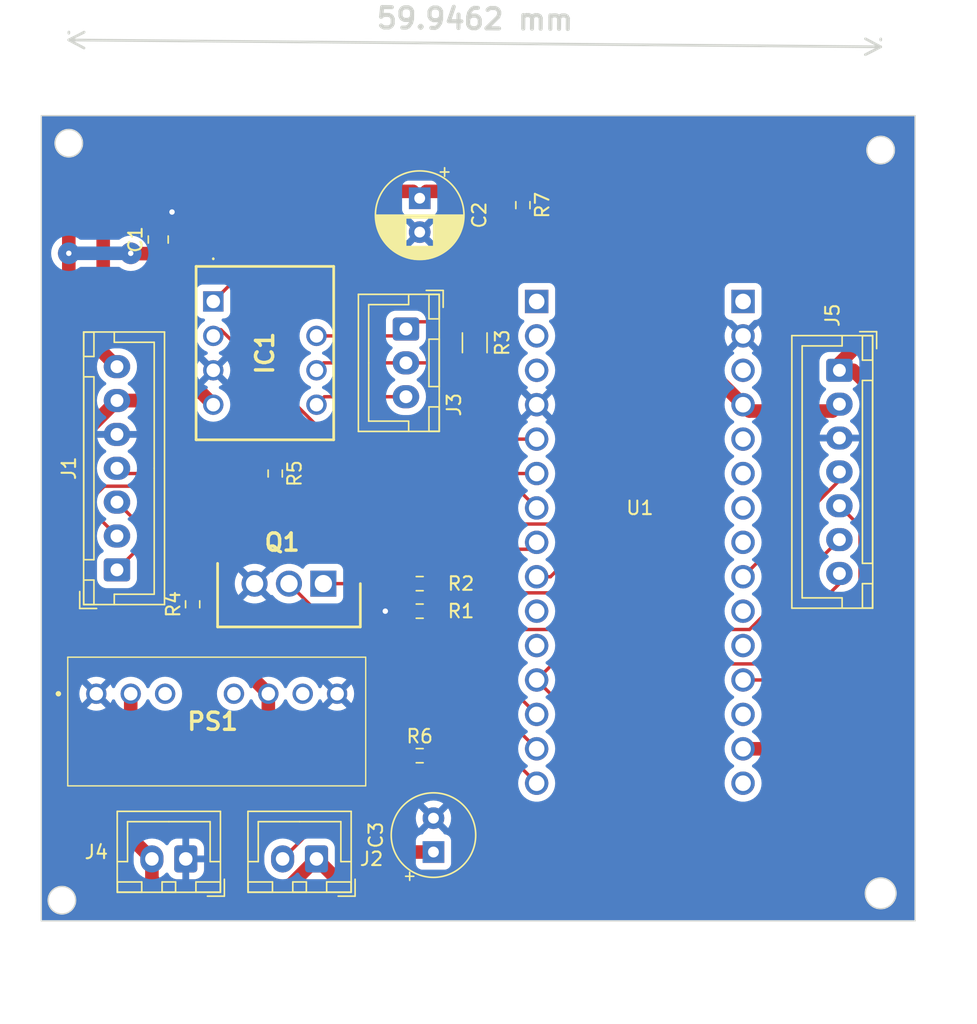
<source format=kicad_pcb>
(kicad_pcb (version 20221018) (generator pcbnew)
  (title_block (title "rearbox nucleo") (date "2023-08-08") (rev "1") (company "NTURacing") (comment 1 "legacy from easyEDA"))
  (layers (0 "F.Cu" signal) (31 "B.Cu" signal) (34 "B.Paste" user) (35 "F.Paste" user) (36 "B.SilkS" user "B.Silkscreen") (37 "F.SilkS" user "F.Silkscreen") (38 "B.Mask" user) (39 "F.Mask" user) (44 "Edge.Cuts" user))
  (net 0 "")
  (net 1 "VCC")
  (net 2 "GND")
  (net 3 "+5V")
  (net 4 "Vi")
  (net 5 "CAN_Tx")
  (net 6 "CAN_Rx")
  (net 7 "L_Pot")
  (net 8 "L_Hall")
  (net 9 "MCU_LTT_SDA")
  (net 10 "MCU_LTT_SCL")
  (net 11 "Net-(J2-Pin_2)")
  (net 12 "MCU_RTT_SCL")
  (net 13 "MCU_RTT_SDA")
  (net 14 "R_Hall")
  (net 15 "R_Pot")
  (net 19 "Net-(Q1-G)")
  (net 20 "Brake_light")
  (net 36 "/CANH")
  (net 37 "/CANL")
  (net 38 "/CANG")
  (footprint "Resistor_SMD:R_0603_1608Metric_Pad0.98x0.95mm_HandSolder" (layer "F.Cu") (at 145.288 91.948 180)
    (fp_text reference "R1" (at -3.048 0) (layer "F.SilkS"))
    (fp_text value "10k")
    (pad "1" smd roundrect (at -0.9125 0 180) (size 0.975 0.95) (layers "F.Cu" "F.Paste" "F.Mask") (net 20 "Brake_light"))
    (pad "2" smd roundrect (at 0.9125 0 180) (size 0.975 0.95) (layers "F.Cu" "F.Paste" "F.Mask") (net 2 "GND"))
  )
  (footprint "Connector_JST:JST_XH_B3B-XH-A_1x03_P2.50mm_Vertical" (layer "F.Cu") (at 144.272 71.12 -90)
    (fp_text reference "J3" (at 5.588 -3.55 90) (layer "F.SilkS"))
    (fp_text value "CAN")
    (pad "1" thru_hole roundrect (at 0 0 270) (size 1.7 1.95) (drill 0.95) (layers "*.Cu" "*.Mask") (roundrect_rratio 0.147059) (net 36 "/CANH"))
    (pad "2" thru_hole oval (at 2.5 0 270) (size 1.7 1.95) (drill 0.95) (layers "*.Cu" "*.Mask") (net 37 "/CANL"))
    (pad "3" thru_hole oval (at 5 0 270) (size 1.7 1.95) (drill 0.95) (layers "*.Cu" "*.Mask") (net 38 "/CANG"))
  )
  (footprint "Connector_JST:JST_XH_B2B-XH-A_1x02_P2.50mm_Vertical" (layer "F.Cu") (at 137.668 110.236 180)
    (fp_text reference "J2" (at -4.064 0) (layer "F.SilkS"))
    (fp_text value "brake light")
    (pad "1" thru_hole roundrect (at 0 0 180) (size 1.7 2) (drill 1) (layers "*.Cu" "*.Mask") (roundrect_rratio 0.147059) (net 4 "Vi"))
    (pad "2" thru_hole oval (at 2.5 0 180) (size 1.7 2) (drill 1) (layers "*.Cu" "*.Mask") (net 11 "Net-(J2-Pin_2)"))
  )
  (footprint "Resistor_SMD:R_1206_3216Metric_Pad1.30x1.75mm_HandSolder" (layer "F.Cu") (at 149.352 72.136 90)
    (fp_text reference "R3" (at 0 2.032 90) (layer "F.SilkS"))
    (fp_text value "120")
    (pad "1" smd roundrect (at -1.55 0 90) (size 1.3 1.75) (layers "F.Cu" "F.Paste" "F.Mask") (roundrect_rratio 0.192308) (net 37 "/CANL"))
    (pad "2" smd roundrect (at 1.55 0 90) (size 1.3 1.75) (layers "F.Cu" "F.Paste" "F.Mask") (roundrect_rratio 0.192308) (net 36 "/CANH"))
  )
  (footprint "Capacitor_SMD:C_0805_2012Metric_Pad1.18x1.45mm_HandSolder" (layer "F.Cu") (at 125.984 64.516 90)
    (fp_text reference "C1" (at 0 -1.68 90) (layer "F.SilkS"))
    (fp_text value "10u")
    (pad "1" smd roundrect (at -1.0375 0 90) (size 1.175 1.45) (layers "F.Cu" "F.Paste" "F.Mask") (roundrect_rratio 0.212766) (net 1 "VCC"))
    (pad "2" smd roundrect (at 1.0375 0 90) (size 1.175 1.45) (layers "F.Cu" "F.Paste" "F.Mask") (roundrect_rratio 0.212766) (net 2 "GND"))
  )
  (footprint "Resistor_SMD:R_0603_1608Metric_Pad0.98x0.95mm_HandSolder" (layer "F.Cu") (at 152.908 61.976 -90)
    (fp_text reference "R7" (at 0 -1.43 90) (layer "F.SilkS"))
    (fp_text value "4k7")
    (pad "1" smd roundrect (at -0.9125 0 270) (size 0.975 0.95) (layers "F.Cu" "F.Paste" "F.Mask") (net 3 "+5V"))
    (pad "2" smd roundrect (at 0.9125 0 270) (size 0.975 0.95) (layers "F.Cu" "F.Paste" "F.Mask") (net 13 "MCU_RTT_SDA"))
  )
  (footprint "Resistor_SMD:R_0603_1608Metric_Pad0.98x0.95mm_HandSolder" (layer "F.Cu") (at 134.62 81.788 -90)
    (fp_text reference "R5" (at 0 -1.43 90) (layer "F.SilkS"))
    (fp_text value "4k7")
    (pad "1" smd roundrect (at -0.9125 0 270) (size 0.975 0.95) (layers "F.Cu" "F.Paste" "F.Mask") (net 3 "+5V"))
    (pad "2" smd roundrect (at 0.9125 0 270) (size 0.975 0.95) (layers "F.Cu" "F.Paste" "F.Mask") (net 9 "MCU_LTT_SDA"))
  )
  (footprint "Connector_JST:JST_XH_B7B-XH-A_1x07_P2.50mm_Vertical" (layer "F.Cu") (at 122.936 88.9 90)
    (fp_text reference "J1" (at 7.5 -3.55 90) (layer "F.SilkS"))
    (fp_text value "left sensor")
    (pad "1" thru_hole roundrect (at 0 0 90) (size 1.7 1.95) (drill 0.95) (layers "*.Cu" "*.Mask") (roundrect_rratio 0.147059) (net 10 "MCU_LTT_SCL"))
    (pad "2" thru_hole oval (at 2.5 0 90) (size 1.7 1.95) (drill 0.95) (layers "*.Cu" "*.Mask") (net 9 "MCU_LTT_SDA"))
    (pad "3" thru_hole oval (at 5 0 90) (size 1.7 1.95) (drill 0.95) (layers "*.Cu" "*.Mask") (net 8 "L_Hall"))
    (pad "4" thru_hole oval (at 7.5 0 90) (size 1.7 1.95) (drill 0.95) (layers "*.Cu" "*.Mask") (net 7 "L_Pot"))
    (pad "5" thru_hole oval (at 10 0 90) (size 1.7 1.95) (drill 0.95) (layers "*.Cu" "*.Mask") (net 2 "GND"))
    (pad "6" thru_hole oval (at 12.5 0 90) (size 1.7 1.95) (drill 0.95) (layers "*.Cu" "*.Mask") (net 3 "+5V"))
    (pad "7" thru_hole oval (at 15 0 90) (size 1.7 1.95) (drill 0.95) (layers "*.Cu" "*.Mask") (net 1 "VCC"))
  )
  (footprint "Connector_JST:JST_XH_B7B-XH-A_1x07_P2.50mm_Vertical" (layer "F.Cu") (at 176.276 74.168 -90)
    (fp_text reference "J5" (at -4.064 0.508 90) (layer "F.SilkS"))
    (fp_text value "right sensor")
    (pad "1" thru_hole roundrect (at 0 0 270) (size 1.7 1.95) (drill 0.95) (layers "*.Cu" "*.Mask") (roundrect_rratio 0.147059) (net 1 "VCC"))
    (pad "2" thru_hole oval (at 2.5 0 270) (size 1.7 1.95) (drill 0.95) (layers "*.Cu" "*.Mask") (net 3 "+5V"))
    (pad "3" thru_hole oval (at 5 0 270) (size 1.7 1.95) (drill 0.95) (layers "*.Cu" "*.Mask") (net 2 "GND"))
    (pad "4" thru_hole oval (at 7.5 0 270) (size 1.7 1.95) (drill 0.95) (layers "*.Cu" "*.Mask") (net 15 "R_Pot"))
    (pad "5" thru_hole oval (at 10 0 270) (size 1.7 1.95) (drill 0.95) (layers "*.Cu" "*.Mask") (net 14 "R_Hall"))
    (pad "6" thru_hole oval (at 12.5 0 270) (size 1.7 1.95) (drill 0.95) (layers "*.Cu" "*.Mask") (net 13 "MCU_RTT_SDA"))
    (pad "7" thru_hole oval (at 15 0 270) (size 1.7 1.95) (drill 0.95) (layers "*.Cu" "*.Mask") (net 12 "MCU_RTT_SCL"))
  )
  (footprint "SamacSys_Parts:CTM1051AM" (layer "F.Cu") (at 130.048 69.088 -90)
    (fp_text reference "IC1" (at 3.81 -3.81 90) (layer "F.SilkS") (effects (font (size 1.27 1.27) (thickness 0.254))))
    (fp_text value "CTM1051AM" hide)
    (pad "1" thru_hole rect (at 0 0 270) (size 1.5 1.5) (drill 1) (layers "*.Cu" "*.Mask") (net 6 "CAN_Rx"))
    (pad "2" thru_hole circle (at 2.54 0 270) (size 1.5 1.5) (drill 1) (layers "*.Cu" "*.Mask") (net 5 "CAN_Tx"))
    (pad "3" thru_hole circle (at 5.08 0 270) (size 1.5 1.5) (drill 1) (layers "*.Cu" "*.Mask") (net 2 "GND"))
    (pad "4" thru_hole circle (at 7.62 0 270) (size 1.5 1.5) (drill 1) (layers "*.Cu" "*.Mask") (net 1 "VCC"))
    (pad "5" thru_hole circle (at 7.62 -7.62 270) (size 1.5 1.5) (drill 1) (layers "*.Cu" "*.Mask") (net 38 "/CANG"))
    (pad "6" thru_hole circle (at 5.08 -7.62 270) (size 1.5 1.5) (drill 1) (layers "*.Cu" "*.Mask") (net 37 "/CANL"))
    (pad "7" thru_hole circle (at 2.54 -7.62 270) (size 1.5 1.5) (drill 1) (layers "*.Cu" "*.Mask") (net 36 "/CANH"))
  )
  (footprint "Connector_JST:JST_XH_B2B-XH-A_1x02_P2.50mm_Vertical" (layer "F.Cu") (at 128.016 110.236 180)
    (fp_text reference "J4" (at 6.604 0.508) (layer "F.SilkS"))
    (fp_text value "power")
    (pad "1" thru_hole roundrect (at 0 0 180) (size 1.7 2) (drill 1) (layers "*.Cu" "*.Mask") (roundrect_rratio 0.147059) (net 2 "GND"))
    (pad "2" thru_hole oval (at 2.5 0 180) (size 1.7 2) (drill 1) (layers "*.Cu" "*.Mask") (net 4 "Vi"))
  )
  (footprint "Resistor_SMD:R_0603_1608Metric_Pad0.98x0.95mm_HandSolder" (layer "F.Cu") (at 128.524 91.44 90)
    (fp_text reference "R4" (at 0 -1.43 90) (layer "F.SilkS"))
    (fp_text value "4k7")
    (pad "1" smd roundrect (at -0.9125 0 90) (size 0.975 0.95) (layers "F.Cu" "F.Paste" "F.Mask") (net 3 "+5V"))
    (pad "2" smd roundrect (at 0.9125 0 90) (size 0.975 0.95) (layers "F.Cu" "F.Paste" "F.Mask") (net 10 "MCU_LTT_SCL"))
  )
  (footprint "Capacitor_THT:CP_Radial_D6.3mm_P2.50mm" (layer "F.Cu") (at 145.288 61.468 -90)
    (fp_text reference "C2" (at 1.25 -4.4 90) (layer "F.SilkS"))
    (fp_text value "22u")
    (pad "1" thru_hole rect (at 0 0 270) (size 1.6 1.6) (drill 0.8) (layers "*.Cu" "*.Mask") (net 3 "+5V"))
    (pad "2" thru_hole circle (at 2.5 0 270) (size 1.6 1.6) (drill 0.8) (layers "*.Cu" "*.Mask") (net 2 "GND"))
  )
  (footprint "SamacSys_Parts:TO254P469X1042X1930-3P" (layer "F.Cu") (at 138.176 89.916 180)
    (fp_text reference "Q1" (at 3.048 3.048) (layer "F.SilkS") (effects (font (size 1.27 1.27) (thickness 0.254))))
    (fp_text value "IRL3705NPBF" hide)
    (pad "1" thru_hole rect (at 0 0 180) (size 1.92 1.92) (drill 1.28) (layers "*.Cu" "*.Mask") (net 19 "Net-(Q1-G)"))
    (pad "2" thru_hole circle (at 2.54 0 180) (size 1.92 1.92) (drill 1.28) (layers "*.Cu" "*.Mask") (net 11 "Net-(J2-Pin_2)"))
    (pad "3" thru_hole circle (at 5.08 0 180) (size 1.92 1.92) (drill 1.28) (layers "*.Cu" "*.Mask") (net 2 "GND"))
  )
  (footprint "Capacitor_THT:CP_Radial_Tantal_D6.0mm_P2.50mm" (layer "F.Cu") (at 146.304 109.728 90)
    (fp_text reference "C3" (at 1.25 -4.25 90) (layer "F.SilkS"))
    (fp_text value "47u")
    (pad "1" thru_hole rect (at 0 0 90) (size 1.6 1.6) (drill 0.8) (layers "*.Cu" "*.Mask") (net 4 "Vi"))
    (pad "2" thru_hole circle (at 2.5 0 90) (size 1.6 1.6) (drill 0.8) (layers "*.Cu" "*.Mask") (net 2 "GND"))
  )
  (footprint "Resistor_SMD:R_0603_1608Metric_Pad0.98x0.95mm_HandSolder" (layer "F.Cu") (at 145.288 89.916 180)
    (fp_text reference "R2" (at -3.048 0) (layer "F.SilkS"))
    (fp_text value "1k")
    (pad "1" smd roundrect (at -0.9125 0 180) (size 0.975 0.95) (layers "F.Cu" "F.Paste" "F.Mask") (net 20 "Brake_light"))
    (pad "2" smd roundrect (at 0.9125 0 180) (size 0.975 0.95) (layers "F.Cu" "F.Paste" "F.Mask") (net 19 "Net-(Q1-G)"))
  )
  (footprint "Resistor_SMD:R_0603_1608Metric_Pad0.98x0.95mm_HandSolder" (layer "F.Cu") (at 145.288 102.616)
    (fp_text reference "R6" (at 0 -1.43) (layer "F.SilkS"))
    (fp_text value "4k7")
    (pad "1" smd roundrect (at -0.9125 0) (size 0.975 0.95) (layers "F.Cu" "F.Paste" "F.Mask") (net 3 "+5V"))
    (pad "2" smd roundrect (at 0.9125 0) (size 0.975 0.95) (layers "F.Cu" "F.Paste" "F.Mask") (net 12 "MCU_RTT_SCL"))
  )
  (footprint "nturt_kicad_lib:NUCLEO-G431KB" (layer "F.Cu") (at 161.544 86.868)
    (fp_text reference "U1" (at 0 -2.54) (layer "F.SilkS"))
    (fp_text value "NUCLEO-G431KB")
    (pad "1" thru_hole rect (at -7.62 -17.78) (size 1.725 1.725) (drill 1.15) (layers "*.Cu" "*.Mask"))
    (pad "2" thru_hole circle (at -7.62 -15.24) (size 1.725 1.725) (drill 1.15) (layers "*.Cu" "*.Mask"))
    (pad "3" thru_hole circle (at -7.62 -12.7) (size 1.725 1.725) (drill 1.15) (layers "*.Cu" "*.Mask"))
    (pad "4" thru_hole circle (at -7.62 -10.16) (size 1.725 1.725) (drill 1.15) (layers "*.Cu" "*.Mask") (net 2 "GND"))
    (pad "5" thru_hole circle (at -7.62 -7.62) (size 1.725 1.725) (drill 1.15) (layers "*.Cu" "*.Mask") (net 5 "CAN_Tx"))
    (pad "6" thru_hole circle (at -7.62 -5.08) (size 1.725 1.725) (drill 1.15) (layers "*.Cu" "*.Mask") (net 7 "L_Pot"))
    (pad "7" thru_hole circle (at -7.62 -2.54) (size 1.725 1.725) (drill 1.15) (layers "*.Cu" "*.Mask") (net 9 "MCU_LTT_SDA"))
    (pad "8" thru_hole circle (at -7.62 0) (size 1.725 1.725) (drill 1.15) (layers "*.Cu" "*.Mask") (net 10 "MCU_LTT_SCL"))
    (pad "9" thru_hole circle (at -7.62 2.54) (size 1.725 1.725) (drill 1.15) (layers "*.Cu" "*.Mask") (net 8 "L_Hall"))
    (pad "10" thru_hole circle (at -7.62 5.08) (size 1.725 1.725) (drill 1.15) (layers "*.Cu" "*.Mask"))
    (pad "11" thru_hole circle (at -7.62 7.62) (size 1.725 1.725) (drill 1.15) (layers "*.Cu" "*.Mask"))
    (pad "12" thru_hole circle (at -7.62 10.16) (size 1.725 1.725) (drill 1.15) (layers "*.Cu" "*.Mask") (net 12 "MCU_RTT_SCL"))
    (pad "13" thru_hole circle (at -7.62 12.7) (size 1.725 1.725) (drill 1.15) (layers "*.Cu" "*.Mask") (net 13 "MCU_RTT_SDA"))
    (pad "14" thru_hole circle (at -7.62 15.24) (size 1.725 1.725) (drill 1.15) (layers "*.Cu" "*.Mask") (net 6 "CAN_Rx"))
    (pad "15" thru_hole circle (at -7.62 17.78) (size 1.725 1.725) (drill 1.15) (layers "*.Cu" "*.Mask") (net 20 "Brake_light"))
    (pad "16" thru_hole circle (at 7.62 17.78) (size 1.725 1.725) (drill 1.15) (layers "*.Cu" "*.Mask"))
    (pad "17" thru_hole circle (at 7.62 15.24) (size 1.725 1.725) (drill 1.15) (layers "*.Cu" "*.Mask") (net 1 "VCC"))
    (pad "18" thru_hole circle (at 7.62 12.7) (size 1.725 1.725) (drill 1.15) (layers "*.Cu" "*.Mask"))
    (pad "19" thru_hole circle (at 7.62 10.16) (size 1.725 1.725) (drill 1.15) (layers "*.Cu" "*.Mask") (net 14 "R_Hall"))
    (pad "20" thru_hole circle (at 7.62 7.62) (size 1.725 1.725) (drill 1.15) (layers "*.Cu" "*.Mask"))
    (pad "21" thru_hole circle (at 7.62 5.08) (size 1.725 1.725) (drill 1.15) (layers "*.Cu" "*.Mask"))
    (pad "22" thru_hole circle (at 7.62 2.54) (size 1.725 1.725) (drill 1.15) (layers "*.Cu" "*.Mask") (net 15 "R_Pot"))
    (pad "23" thru_hole circle (at 7.62 0) (size 1.725 1.725) (drill 1.15) (layers "*.Cu" "*.Mask"))
    (pad "24" thru_hole circle (at 7.62 -2.54) (size 1.725 1.725) (drill 1.15) (layers "*.Cu" "*.Mask"))
    (pad "25" thru_hole circle (at 7.62 -5.08) (size 1.725 1.725) (drill 1.15) (layers "*.Cu" "*.Mask"))
    (pad "26" thru_hole circle (at 7.62 -7.62) (size 1.725 1.725) (drill 1.15) (layers "*.Cu" "*.Mask"))
    (pad "27" thru_hole circle (at 7.62 -10.16) (size 1.725 1.725) (drill 1.15) (layers "*.Cu" "*.Mask") (net 3 "+5V"))
    (pad "28" thru_hole circle (at 7.62 -12.7) (size 1.725 1.725) (drill 1.15) (layers "*.Cu" "*.Mask"))
    (pad "29" thru_hole circle (at 7.62 -15.24) (size 1.725 1.725) (drill 1.15) (layers "*.Cu" "*.Mask") (net 2 "GND"))
    (pad "30" thru_hole rect (at 7.62 -17.78) (size 1.725 1.725) (drill 1.15) (layers "*.Cu" "*.Mask"))
  )
  (footprint "SamacSys_Parts:PQQ10WQ24S9S" (layer "F.Cu") (at 121.412 98.044)
    (fp_text reference "PS1" (at 8.59 2.05) (layer "F.SilkS") (effects (font (size 1.27 1.27) (thickness 0.254))))
    (fp_text value "PQQ10W-Q24-S9-S" hide)
    (pad "1" thru_hole circle (at 0 0) (size 1.5 1.5) (drill 1) (layers "*.Cu" "*.Mask") (net 2 "GND"))
    (pad "2" thru_hole circle (at 2.54 0) (size 1.5 1.5) (drill 1) (layers "*.Cu" "*.Mask") (net 4 "Vi"))
    (pad "3" thru_hole circle (at 5.08 0) (size 1.5 1.5) (drill 1) (layers "*.Cu" "*.Mask"))
    (pad "5" thru_hole circle (at 10.16 0) (size 1.5 1.5) (drill 1) (layers "*.Cu" "*.Mask"))
    (pad "6" thru_hole circle (at 12.7 0) (size 1.5 1.5) (drill 1) (layers "*.Cu" "*.Mask") (net 3 "+5V"))
    (pad "7" thru_hole circle (at 15.24 0) (size 1.5 1.5) (drill 1) (layers "*.Cu" "*.Mask"))
    (pad "8" thru_hole circle (at 17.78 0) (size 1.5 1.5) (drill 1) (layers "*.Cu" "*.Mask") (net 2 "GND"))
  )
  (gr_circle (center 118.872 113.284) (end 118.872 112.268) (stroke (width 0.1)) (fill none) (layer "Edge.Cuts"))
  (gr_circle (center 119.38 57.404) (end 119.38 56.388) (stroke (width 0.1)) (fill none) (layer "Edge.Cuts"))
  (gr_rect locked (start 117.348 55.372) (end 181.864 114.808) (stroke (width 0.1)) (fill none) (layer "Edge.Cuts"))
  (gr_circle (center 179.324 112.776) (end 178.816 111.76) (stroke (width 0.1)) (fill none) (layer "Edge.Cuts"))
  (gr_circle (center 179.324 57.912) (end 179.324 56.896) (stroke (width 0.1)) (fill none) (layer "Edge.Cuts"))
  (dimension (type aligned) (layer "Edge.Cuts") (pts (xy 119.38 49.784) (xy 179.324 50.292)) (height 0) (gr_text "59.9462 mm" (at 149.367254 48.238065 359.5144542) (layer "Edge.Cuts") (effects (font (size 1.5 1.5) (thickness 0.3)))) (format (prefix "") (suffix "") (units 3) (units_format 1) (precision 4)) (style (thickness 0.2) (arrow_length 1.27) (text_position_mode 0) (extension_height 0.58642) (extension_offset 0.5) keep_text_aligned))
  (segment (start 119.38 70.344) (end 122.936 73.9) (width 1) (layer "F.Cu") (net 1))
  (segment (start 125.984 66.548) (end 127 67.564) (width 1) (layer "F.Cu") (net 1))
  (segment (start 119.38 65.532) (end 119.38 70.344) (width 1) (layer "F.Cu") (net 1))
  (segment (start 170.688 57.912) (end 121.92 57.912) (width 1) (layer "F.Cu") (net 1))
  (segment (start 176.276 74.168) (end 176.276 73.66) (width 1) (layer "F.Cu") (net 1))
  (segment (start 125.984 65.5535) (end 125.984 66.548) (width 1) (layer "F.Cu") (net 1))
  (segment (start 127 73.66) (end 130.048 76.708) (width 1) (layer "F.Cu") (net 1))
  (segment (start 123.9735 65.5535) (end 125.984 65.5535) (width 1) (layer "F.Cu") (net 1))
  (segment (start 173.736 102.108) (end 169.164 102.108) (width 1) (layer "F.Cu") (net 1))
  (segment (start 176.276 73.66) (end 178.816 71.12) (width 1) (layer "F.Cu") (net 1))
  (segment (start 179.324 76.2) (end 179.324 96.52) (width 1) (layer "F.Cu") (net 1))
  (segment (start 178.816 66.04) (end 170.688 57.912) (width 1) (layer "F.Cu") (net 1))
  (segment (start 123.952 65.532) (end 123.9735 65.5535) (width 1) (layer "F.Cu") (net 1))
  (segment (start 121.92 57.912) (end 119.38 60.452) (width 1) (layer "F.Cu") (net 1))
  (segment (start 178.816 71.12) (end 178.816 66.04) (width 1) (layer "F.Cu") (net 1))
  (segment (start 176.276 74.168) (end 177.292 74.168) (width 1) (layer "F.Cu") (net 1))
  (segment (start 179.324 96.52) (end 173.736 102.108) (width 1) (layer "F.Cu") (net 1))
  (segment (start 119.38 60.452) (end 119.38 65.532) (width 1) (layer "F.Cu") (net 1))
  (segment (start 127 67.564) (end 127 73.66) (width 1) (layer "F.Cu") (net 1))
  (segment (start 177.292 74.168) (end 179.324 76.2) (width 1) (layer "F.Cu") (net 1))
  (via (at 123.952 65.532) (size 1.6) (drill 0.4) (layers "F.Cu" "B.Cu") (net 1))
  (via (at 119.38 65.532) (size 1.6) (drill 0.4) (layers "F.Cu" "B.Cu") (net 1))
  (segment (start 123.952 65.532) (end 119.38 65.532) (width 1) (layer "B.Cu") (net 1))
  (segment (start 144.272 92.0515) (end 144.3755 91.948) (width 0.25) (layer "F.Cu") (net 2))
  (segment (start 126.0055 63.4785) (end 127 62.484) (width 0.25) (layer "F.Cu") (net 2))
  (segment (start 142.8515 92.0515) (end 144.272 92.0515) (width 0.25) (layer "F.Cu") (net 2))
  (segment (start 125.984 63.4785) (end 126.0055 63.4785) (width 0.25) (layer "F.Cu") (net 2))
  (segment (start 142.748 91.948) (end 142.8515 92.0515) (width 0.25) (layer "F.Cu") (net 2))
  (via (at 142.748 91.948) (size 0.8) (drill 0.4) (layers "F.Cu" "B.Cu") (net 2))
  (via (at 127 62.484) (size 0.8) (drill 0.4) (layers "F.Cu" "B.Cu") (net 2))
  (segment (start 123.444 60.96) (end 121.92 62.484) (width 1) (layer "F.Cu") (net 3))
  (segment (start 128.4205 92.3525) (end 122.3245 92.3525) (width 1) (layer "F.Cu") (net 3))
  (segment (start 152.8045 60.96) (end 152.908 61.0635) (width 1) (layer "F.Cu") (net 3))
  (segment (start 121.92 68.58) (end 125.476 72.136) (width 1) (layer "F.Cu") (net 3))
  (segment (start 119.438 89.466) (end 119.438 79.898) (width 1) (layer "F.Cu") (net 3))
  (segment (start 153.5195 61.0635) (end 152.908 61.0635) (width 1) (layer "F.Cu") (net 3))
  (segment (start 134.112 98.044) (end 128.4205 92.3525) (width 1) (layer "F.Cu") (net 3))
  (segment (start 137.16 102.616) (end 134.112 99.568) (width 1) (layer "F.Cu") (net 3))
  (segment (start 125.476 76.4) (end 122.936 76.4) (width 1) (layer "F.Cu") (net 3))
  (segment (start 144.78 60.96) (end 123.444 60.96) (width 1) (layer "F.Cu") (net 3))
  (segment (start 132.9925 79.248) (end 128.524 79.248) (width 1) (layer "F.Cu") (net 3))
  (segment (start 121.92 62.484) (end 121.92 68.58) (width 1) (layer "F.Cu") (net 3))
  (segment (start 134.112 99.568) (end 134.112 98.044) (width 1) (layer "F.Cu") (net 3))
  (segment (start 128.524 79.248) (end 125.676 76.4) (width 1) (layer "F.Cu") (net 3))
  (segment (start 176.276 76.668) (end 175.768 77.176) (width 1) (layer "F.Cu") (net 3))
  (segment (start 169.164 76.708) (end 153.5195 61.0635) (width 1) (layer "F.Cu") (net 3))
  (segment (start 169.632 77.176) (end 169.164 76.708) (width 1) (layer "F.Cu") (net 3))
  (segment (start 145.796 60.96) (end 152.8045 60.96) (width 1) (layer "F.Cu") (net 3))
  (segment (start 119.438 79.898) (end 122.936 76.4) (width 1) (layer "F.Cu") (net 3))
  (segment (start 122.3245 92.3525) (end 119.438 89.466) (width 1) (layer "F.Cu") (net 3))
  (segment (start 134.62 80.8755) (end 132.9925 79.248) (width 1) (layer "F.Cu") (net 3))
  (segment (start 144.3755 102.616) (end 137.16 102.616) (width 1) (layer "F.Cu") (net 3))
  (segment (start 125.676 76.4) (end 122.936 76.4) (width 1) (layer "F.Cu") (net 3))
  (segment (start 145.288 61.468) (end 145.796 60.96) (width 1) (layer "F.Cu") (net 3))
  (segment (start 175.768 77.176) (end 169.632 77.176) (width 1) (layer "F.Cu") (net 3))
  (segment (start 125.476 72.136) (end 125.476 76.4) (width 1) (layer "F.Cu") (net 3))
  (segment (start 145.288 61.468) (end 144.78 60.96) (width 1) (layer "F.Cu") (net 3))
  (segment (start 137.668 110.236) (end 135.128 112.776) (width 1) (layer "F.Cu") (net 4))
  (segment (start 135.128 112.776) (end 126.532 112.776) (width 1) (layer "F.Cu") (net 4))
  (segment (start 144.272 109.728) (end 146.304 109.728) (width 1) (layer "F.Cu") (net 4))
  (segment (start 137.668 110.236) (end 139.192 111.76) (width 1) (layer "F.Cu") (net 4))
  (segment (start 139.192 111.76) (end 142.24 111.76) (width 1) (layer "F.Cu") (net 4))
  (segment (start 123.952 98.044) (end 123.952 108.672) (width 1) (layer "F.Cu") (net 4))
  (segment (start 142.24 111.76) (end 144.272 109.728) (width 1) (layer "F.Cu") (net 4))
  (segment (start 125.516 111.76) (end 125.516 110.236) (width 1) (layer "F.Cu") (net 4))
  (segment (start 126.532 112.776) (end 125.516 111.76) (width 1) (layer "F.Cu") (net 4))
  (segment (start 123.952 108.672) (end 125.516 110.236) (width 1) (layer "F.Cu") (net 4))
  (segment (start 130.615 71.179) (end 130.497 71.179) (width 0.25) (layer "F.Cu") (net 5))
  (segment (start 138.684 79.248) (end 130.615 71.179) (width 0.25) (layer "F.Cu") (net 5))
  (segment (start 153.924 79.248) (end 138.684 79.248) (width 0.25) (layer "F.Cu") (net 5))
  (segment (start 130.497 71.179) (end 130.048 71.628) (width 0.25) (layer "F.Cu") (net 5))
  (segment (start 149.352 92.964) (end 151.7205 90.5955) (width 0.25) (layer "F.Cu") (net 6))
  (segment (start 149.352 97.536) (end 149.352 92.964) (width 0.25) (layer "F.Cu") (net 6))
  (segment (start 159.004 87.884) (end 159.004 71.12) (width 0.25) (layer "F.Cu") (net 6))
  (segment (start 151.7205 90.5955) (end 156.2925 90.5955) (width 0.25) (layer "F.Cu") (net 6))
  (segment (start 159.004 71.12) (end 154.94 67.056) (width 0.25) (layer "F.Cu") (net 6))
  (segment (start 154.94 67.056) (end 132.08 67.056) (width 0.25) (layer "F.Cu") (net 6))
  (segment (start 132.08 67.056) (end 130.048 69.088) (width 0.25) (layer "F.Cu") (net 6))
  (segment (start 153.924 102.108) (end 149.352 97.536) (width 0.25) (layer "F.Cu") (net 6))
  (segment (start 156.2925 90.5955) (end 159.004 87.884) (width 0.25) (layer "F.Cu") (net 6))
  (segment (start 153.924 81.788) (end 123.324 81.788) (width 0.25) (layer "F.Cu") (net 7))
  (segment (start 123.324 81.788) (end 122.936 81.4) (width 0.25) (layer "F.Cu") (net 7))
  (segment (start 156.464 87.884) (end 156.464 86.36) (width 0.25) (layer "F.Cu") (net 8))
  (segment (start 124.5515 85.5155) (end 122.936 83.9) (width 0.25) (layer "F.Cu") (net 8))
  (segment (start 156.464 86.36) (end 155.6195 85.5155) (width 0.25) (layer "F.Cu") (net 8))
  (segment (start 153.924 89.408) (end 154.94 89.408) (width 0.25) (layer "F.Cu") (net 8))
  (segment (start 155.6195 85.5155) (end 124.5515 85.5155) (width 0.25) (layer "F.Cu") (net 8))
  (segment (start 154.94 89.408) (end 156.464 87.884) (width 0.25) (layer "F.Cu") (net 8))
  (segment (start 121.999 82.725) (end 124.71785 82.725) (width 0.25) (layer "F.Cu") (net 9))
  (segment (start 124.71785 82.725) (end 125.30485 83.312) (width 0.25) (layer "F.Cu") (net 9))
  (segment (start 120.904 83.82) (end 121.999 82.725) (width 0.25) (layer "F.Cu") (net 9))
  (segment (start 134.62 82.7005) (end 134.62 83.312) (width 0.25) (layer "F.Cu") (net 9))
  (segment (start 122.936 86.4) (end 120.904 84.368) (width 0.25) (layer "F.Cu") (net 9))
  (segment (start 120.904 84.368) (end 120.904 83.82) (width 0.25) (layer "F.Cu") (net 9))
  (segment (start 134.62 83.312) (end 152.908 83.312) (width 0.25) (layer "F.Cu") (net 9))
  (segment (start 152.908 83.312) (end 153.924 84.328) (width 0.25) (layer "F.Cu") (net 9))
  (segment (start 125.30485 83.312) (end 134.62 83.312) (width 0.25) (layer "F.Cu") (net 9))
  (segment (start 128.524 87.376) (end 124.46 87.376) (width 0.25) (layer "F.Cu") (net 10))
  (segment (start 153.416 87.376) (end 128.524 87.376) (width 0.25) (layer "F.Cu") (net 10))
  (segment (start 124.46 87.376) (end 122.936 88.9) (width 0.25) (layer "F.Cu") (net 10))
  (segment (start 128.524 90.5275) (end 128.524 87.376) (width 0.25) (layer "F.Cu") (net 10))
  (segment (start 153.924 86.868) (end 153.416 87.376) (width 0.25) (layer "F.Cu") (net 10))
  (segment (start 135.168 110.236) (end 137.708 107.696) (width 0.25) (layer "F.Cu") (net 11))
  (segment (start 140.756 107.696) (end 145.2005 103.2515) (width 0.25) (layer "F.Cu") (net 11))
  (segment (start 145.2005 99.4805) (end 135.636 89.916) (width 0.25) (layer "F.Cu") (net 11))
  (segment (start 145.2005 103.2515) (end 145.2005 99.4805) (width 0.25) (layer "F.Cu") (net 11))
  (segment (start 137.708 107.696) (end 140.756 107.696) (width 0.25) (layer "F.Cu") (net 11))
  (segment (start 154.432 107.696) (end 152.908 107.696) (width 0.25) (layer "F.Cu") (net 12))
  (segment (start 156.972 100.076) (end 156.972 105.156) (width 0.25) (layer "F.Cu") (net 12))
  (segment (start 176.276 89.916) (end 170.3515 95.8405) (width 0.25) (layer "F.Cu") (net 12))
  (segment (start 156.972 105.156) (end 154.432 107.696) (width 0.25) (layer "F.Cu") (net 12))
  (segment (start 176.276 89.168) (end 176.276 89.916) (width 0.25) (layer "F.Cu") (net 12))
  (segment (start 170.3515 95.8405) (end 155.1115 95.8405) (width 0.25) (layer "F.Cu") (net 12))
  (segment (start 152.908 107.696) (end 147.828 102.616) (width 0.25) (layer "F.Cu") (net 12))
  (segment (start 153.924 97.028) (end 156.972 100.076) (width 0.25) (layer "F.Cu") (net 12))
  (segment (start 155.1115 95.8405) (end 153.924 97.028) (width 0.25) (layer "F.Cu") (net 12))
  (segment (start 147.828 102.616) (end 146.2005 102.616) (width 0.25) (layer "F.Cu") (net 12))
  (segment (start 169.6435 93.3005) (end 166.116 93.3005) (width 0.25) (layer "F.Cu") (net 13))
  (segment (start 176.276 86.668) (end 169.6435 93.3005) (width 0.25) (layer "F.Cu") (net 13))
  (segment (start 151.98581 93.3005) (end 150.876 94.41031) (width 0.25) (layer "F.Cu") (net 13))
  (segment (start 166.116 93.3005) (end 151.98581 93.3005) (width 0.25) (layer "F.Cu") (net 13))
  (segment (start 162.56 93.3005) (end 166.116 93.3005) (width 0.25) (layer "F.Cu") (net 13))
  (segment (start 152.908 62.992) (end 162.56 72.644) (width 0.25) (layer "F.Cu") (net 13))
  (segment (start 150.876 94.41031) (end 150.876 96.52) (width 0.25) (layer "F.Cu") (net 13))
  (segment (start 152.908 62.8885) (end 152.908 62.992) (width 0.25) (layer "F.Cu") (net 13))
  (segment (start 150.876 96.52) (end 153.924 99.568) (width 0.25) (layer "F.Cu") (net 13))
  (segment (start 162.56 72.644) (end 162.56 93.3005) (width 0.25) (layer "F.Cu") (net 13))
  (segment (start 177.8 93.98) (end 174.752 97.028) (width 0.25) (layer "F.Cu") (net 14))
  (segment (start 174.752 97.028) (end 169.164 97.028) (width 0.25) (layer "F.Cu") (net 14))
  (segment (start 177.8 85.692) (end 177.8 93.98) (width 0.25) (layer "F.Cu") (net 14))
  (segment (start 176.276 84.168) (end 177.8 85.692) (width 0.25) (layer "F.Cu") (net 14))
  (segment (start 176.276 82.296) (end 169.164 89.408) (width 0.25) (layer "F.Cu") (net 15))
  (segment (start 176.276 81.668) (end 176.276 82.296) (width 0.25) (layer "F.Cu") (net 15))
  (segment (start 138.176 89.916) (end 144.3755 89.916) (width 0.25) (layer "F.Cu") (net 19))
  (segment (start 146.304 90.0195) (end 146.304 97.028) (width 0.25) (layer "F.Cu") (net 20))
  (segment (start 146.2005 89.916) (end 146.304 90.0195) (width 0.25) (layer "F.Cu") (net 20))
  (segment (start 146.304 97.028) (end 153.924 104.648) (width 0.25) (layer "F.Cu") (net 20))
  (segment (start 144.272 71.12) (end 144.806 70.586) (width 0.25) (layer "F.Cu") (net 36))
  (segment (start 144.806 70.586) (end 149.352 70.586) (width 0.25) (layer "F.Cu") (net 36))
  (segment (start 144.272 71.12) (end 143.764 71.628) (width 0.25) (layer "F.Cu") (net 36))
  (segment (start 143.764 71.628) (end 137.668 71.628) (width 0.25) (layer "F.Cu") (net 36))
  (segment (start 144.272 73.62) (end 149.286 73.62) (width 0.25) (layer "F.Cu") (net 37))
  (segment (start 149.286 73.62) (end 149.352 73.686) (width 0.25) (layer "F.Cu") (net 37))
  (segment (start 144.272 73.62) (end 138.216 73.62) (width 0.25) (layer "F.Cu") (net 37))
  (segment (start 138.216 73.62) (end 137.668 74.168) (width 0.25) (layer "F.Cu") (net 37))
  (segment (start 144.272 76.12) (end 138.256 76.12) (width 0.25) (layer "F.Cu") (net 38))
  (segment (start 138.256 76.12) (end 137.668 76.708) (width 0.25) (layer "F.Cu") (net 38))
  (zone (net 2) (net_name "GND") (layer "B.Cu") (connect_pads (clearance 0.5)) (min_thickness 0.25) (fill yes (thermal_gap 0.5) (thermal_bridge_width 0.5))
    (polygon (pts (xy 114.808 51.308) (xy 185.928 51.308) (xy 186.436 122.428) (xy 114.3 121.92)))
  )
)
</source>
